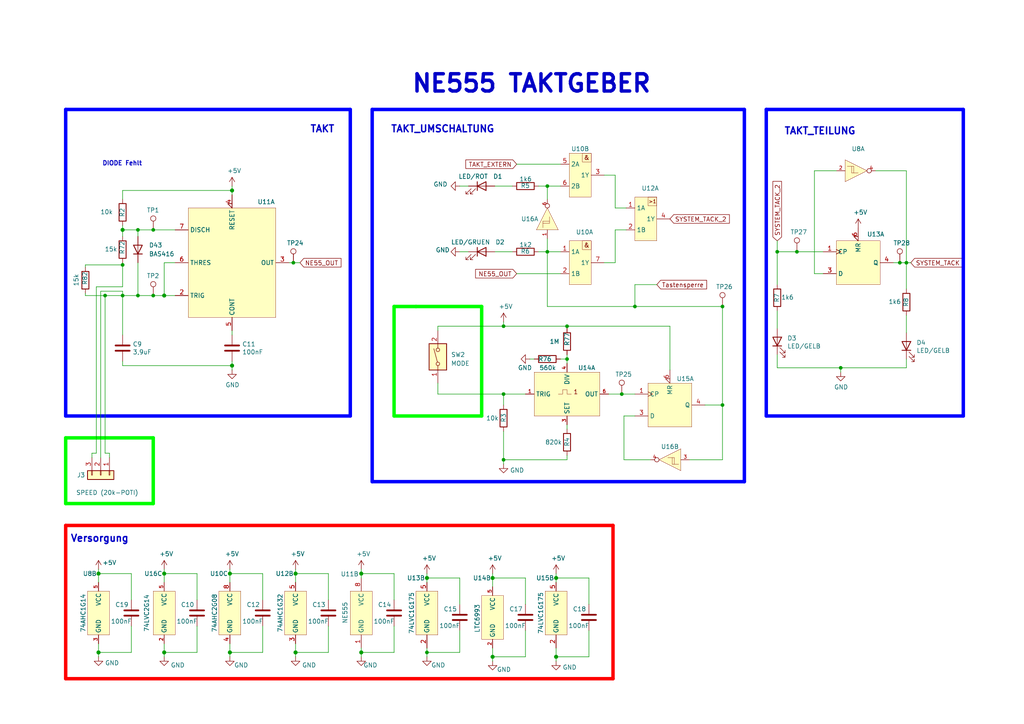
<source format=kicad_sch>
(kicad_sch (version 20210126) (generator eeschema)
  (paper "A4")
  (title_block (title "Kabeltester") (company "BMK Group") (comment 1 "Erstellt: Maximilian Hoffmann") (comment 2 "Geprüft: Robert Schulz"))
  (junction (at 28.575 166.37) (diameter 1.016))
  (junction (at 28.575 189.23) (diameter 1.016))
  (junction (at 30.48 85.725) (diameter 0.9144))
  (junction (at 35.56 66.675) (diameter 1.016))
  (junction (at 35.56 76.835) (diameter 0.9144))
  (junction (at 35.56 85.725) (diameter 0.9144))
  (junction (at 40.005 66.675) (diameter 0.9144))
  (junction (at 40.005 85.725) (diameter 0.9144))
  (junction (at 44.45 66.675) (diameter 0.9144))
  (junction (at 44.45 85.725) (diameter 0.9144))
  (junction (at 47.625 85.725) (diameter 1.016))
  (junction (at 47.625 166.37) (diameter 1.016))
  (junction (at 47.625 189.23) (diameter 1.016))
  (junction (at 66.675 166.37) (diameter 1.016))
  (junction (at 66.675 189.23) (diameter 1.016))
  (junction (at 67.31 55.245) (diameter 1.016))
  (junction (at 67.31 106.045) (diameter 1.016))
  (junction (at 85.09 76.2) (diameter 0.9144))
  (junction (at 85.725 166.37) (diameter 1.016))
  (junction (at 85.725 189.23) (diameter 1.016))
  (junction (at 104.775 166.37) (diameter 1.016))
  (junction (at 104.775 189.23) (diameter 1.016))
  (junction (at 123.825 167.64) (diameter 1.016))
  (junction (at 123.825 189.23) (diameter 0.9144))
  (junction (at 142.875 167.64) (diameter 1.016))
  (junction (at 142.875 190.5) (diameter 1.016))
  (junction (at 146.05 94.615) (diameter 0.9144))
  (junction (at 146.05 114.3) (diameter 0.9144))
  (junction (at 146.05 133.35) (diameter 0.9144))
  (junction (at 158.75 53.975) (diameter 0.9144))
  (junction (at 158.75 73.025) (diameter 0.9144))
  (junction (at 161.29 167.64) (diameter 1.016))
  (junction (at 161.29 190.5) (diameter 1.016))
  (junction (at 164.465 94.615) (diameter 0.9144))
  (junction (at 164.465 104.14) (diameter 0.9144))
  (junction (at 180.34 114.3) (diameter 0.9144))
  (junction (at 184.15 88.9) (diameter 0.9144))
  (junction (at 209.55 88.9) (diameter 0.9144))
  (junction (at 209.55 117.475) (diameter 0.9144))
  (junction (at 225.425 73.025) (diameter 0.9144))
  (junction (at 231.14 73.025) (diameter 0.9144))
  (junction (at 243.84 106.68) (diameter 0.9144))
  (junction (at 260.985 76.2) (diameter 0.9144))
  (junction (at 262.89 76.2) (diameter 0.9144))
  (wire (pts (xy 24.765 76.835) (xy 35.56 76.835)))
  (wire (pts (xy 24.765 77.47) (xy 24.765 76.835)))
  (wire (pts (xy 24.765 85.725) (xy 24.765 85.09)))
  (wire (pts (xy 24.765 85.725) (xy 30.48 85.725)))
  (wire (pts (xy 26.67 131.445) (xy 27.94 131.445)))
  (wire (pts (xy 26.67 132.715) (xy 26.67 131.445)))
  (wire (pts (xy 27.94 83.185) (xy 27.94 131.445)))
  (wire (pts (xy 27.94 83.185) (xy 35.56 83.185)))
  (wire (pts (xy 28.575 165.1) (xy 28.575 166.37)))
  (wire (pts (xy 28.575 166.37) (xy 28.575 168.91)))
  (wire (pts (xy 28.575 186.69) (xy 28.575 189.23)))
  (wire (pts (xy 28.575 189.23) (xy 28.575 190.5)))
  (wire (pts (xy 29.21 84.455) (xy 29.21 132.715)))
  (wire (pts (xy 29.21 84.455) (xy 35.56 84.455)))
  (wire (pts (xy 30.48 85.725) (xy 30.48 131.445)))
  (wire (pts (xy 30.48 85.725) (xy 35.56 85.725)))
  (wire (pts (xy 30.48 131.445) (xy 31.75 131.445)))
  (wire (pts (xy 31.75 131.445) (xy 31.75 132.715)))
  (wire (pts (xy 35.56 55.245) (xy 35.56 57.785)))
  (wire (pts (xy 35.56 55.245) (xy 67.31 55.245)))
  (wire (pts (xy 35.56 65.405) (xy 35.56 66.675)))
  (wire (pts (xy 35.56 66.675) (xy 35.56 68.58)))
  (wire (pts (xy 35.56 66.675) (xy 40.005 66.675)))
  (wire (pts (xy 35.56 76.2) (xy 35.56 76.835)))
  (wire (pts (xy 35.56 76.835) (xy 35.56 83.185)))
  (wire (pts (xy 35.56 84.455) (xy 35.56 85.725)))
  (wire (pts (xy 35.56 85.725) (xy 40.005 85.725)))
  (wire (pts (xy 35.56 97.155) (xy 35.56 85.725)))
  (wire (pts (xy 35.56 104.775) (xy 35.56 106.045)))
  (wire (pts (xy 35.56 106.045) (xy 67.31 106.045)))
  (wire (pts (xy 38.1 166.37) (xy 28.575 166.37)))
  (wire (pts (xy 38.1 173.99) (xy 38.1 166.37)))
  (wire (pts (xy 38.1 181.61) (xy 38.1 189.23)))
  (wire (pts (xy 38.1 189.23) (xy 28.575 189.23)))
  (wire (pts (xy 40.005 66.675) (xy 40.005 68.58)))
  (wire (pts (xy 40.005 66.675) (xy 44.45 66.675)))
  (wire (pts (xy 40.005 76.2) (xy 40.005 85.725)))
  (wire (pts (xy 40.005 85.725) (xy 44.45 85.725)))
  (wire (pts (xy 44.45 66.675) (xy 50.8 66.675)))
  (wire (pts (xy 44.45 85.725) (xy 47.625 85.725)))
  (wire (pts (xy 47.625 76.2) (xy 47.625 85.725)))
  (wire (pts (xy 47.625 85.725) (xy 50.8 85.725)))
  (wire (pts (xy 47.625 165.1) (xy 47.625 166.37)))
  (wire (pts (xy 47.625 166.37) (xy 47.625 168.91)))
  (wire (pts (xy 47.625 186.69) (xy 47.625 189.23)))
  (wire (pts (xy 47.625 189.23) (xy 47.625 190.5)))
  (wire (pts (xy 50.8 76.2) (xy 47.625 76.2)))
  (wire (pts (xy 57.15 166.37) (xy 47.625 166.37)))
  (wire (pts (xy 57.15 173.99) (xy 57.15 166.37)))
  (wire (pts (xy 57.15 181.61) (xy 57.15 189.23)))
  (wire (pts (xy 57.15 189.23) (xy 47.625 189.23)))
  (wire (pts (xy 66.675 165.1) (xy 66.675 166.37)))
  (wire (pts (xy 66.675 166.37) (xy 66.675 168.91)))
  (wire (pts (xy 66.675 186.69) (xy 66.675 189.23)))
  (wire (pts (xy 66.675 189.23) (xy 66.675 190.5)))
  (wire (pts (xy 67.31 53.975) (xy 67.31 55.245)))
  (wire (pts (xy 67.31 55.245) (xy 67.31 56.515)))
  (wire (pts (xy 67.31 95.885) (xy 67.31 97.155)))
  (wire (pts (xy 67.31 104.775) (xy 67.31 106.045)))
  (wire (pts (xy 67.31 106.045) (xy 67.31 107.315)))
  (wire (pts (xy 76.2 166.37) (xy 66.675 166.37)))
  (wire (pts (xy 76.2 173.99) (xy 76.2 166.37)))
  (wire (pts (xy 76.2 181.61) (xy 76.2 189.23)))
  (wire (pts (xy 76.2 189.23) (xy 66.675 189.23)))
  (wire (pts (xy 83.82 76.2) (xy 85.09 76.2)))
  (wire (pts (xy 85.09 76.2) (xy 86.995 76.2)))
  (wire (pts (xy 85.725 165.1) (xy 85.725 166.37)))
  (wire (pts (xy 85.725 166.37) (xy 85.725 168.91)))
  (wire (pts (xy 85.725 186.69) (xy 85.725 189.23)))
  (wire (pts (xy 85.725 189.23) (xy 85.725 190.5)))
  (wire (pts (xy 95.25 166.37) (xy 85.725 166.37)))
  (wire (pts (xy 95.25 173.99) (xy 95.25 166.37)))
  (wire (pts (xy 95.25 181.61) (xy 95.25 189.23)))
  (wire (pts (xy 95.25 189.23) (xy 85.725 189.23)))
  (wire (pts (xy 104.775 165.1) (xy 104.775 166.37)))
  (wire (pts (xy 104.775 166.37) (xy 104.775 167.64)))
  (wire (pts (xy 104.775 187.96) (xy 104.775 189.23)))
  (wire (pts (xy 104.775 189.23) (xy 104.775 190.5)))
  (wire (pts (xy 114.3 166.37) (xy 104.775 166.37)))
  (wire (pts (xy 114.3 173.99) (xy 114.3 166.37)))
  (wire (pts (xy 114.3 181.61) (xy 114.3 189.23)))
  (wire (pts (xy 114.3 189.23) (xy 104.775 189.23)))
  (wire (pts (xy 123.825 166.37) (xy 123.825 167.64)))
  (wire (pts (xy 123.825 167.64) (xy 123.825 168.91)))
  (wire (pts (xy 123.825 187.96) (xy 123.825 189.23)))
  (wire (pts (xy 123.825 189.23) (xy 123.825 190.5)))
  (wire (pts (xy 123.825 189.23) (xy 133.35 189.23)))
  (wire (pts (xy 127 94.615) (xy 146.05 94.615)))
  (wire (pts (xy 127 95.885) (xy 127 94.615)))
  (wire (pts (xy 127 114.3) (xy 127 111.125)))
  (wire (pts (xy 127 114.3) (xy 146.05 114.3)))
  (wire (pts (xy 133.35 167.64) (xy 123.825 167.64)))
  (wire (pts (xy 133.35 175.26) (xy 133.35 167.64)))
  (wire (pts (xy 133.35 182.88) (xy 133.35 189.23)))
  (wire (pts (xy 135.89 53.975) (xy 133.35 53.975)))
  (wire (pts (xy 135.89 73.025) (xy 133.35 73.025)))
  (wire (pts (xy 142.875 166.37) (xy 142.875 167.64)))
  (wire (pts (xy 142.875 167.64) (xy 142.875 170.18)))
  (wire (pts (xy 142.875 187.96) (xy 142.875 190.5)))
  (wire (pts (xy 142.875 190.5) (xy 142.875 191.77)))
  (wire (pts (xy 146.05 93.345) (xy 146.05 94.615)))
  (wire (pts (xy 146.05 94.615) (xy 164.465 94.615)))
  (wire (pts (xy 146.05 114.3) (xy 146.05 117.475)))
  (wire (pts (xy 146.05 114.3) (xy 152.4 114.3)))
  (wire (pts (xy 146.05 133.35) (xy 146.05 125.095)))
  (wire (pts (xy 146.05 133.35) (xy 146.05 134.62)))
  (wire (pts (xy 146.05 133.35) (xy 164.465 133.35)))
  (wire (pts (xy 148.59 53.975) (xy 143.51 53.975)))
  (wire (pts (xy 148.59 73.025) (xy 143.51 73.025)))
  (wire (pts (xy 149.86 47.625) (xy 162.56 47.625)))
  (wire (pts (xy 149.86 79.375) (xy 162.56 79.375)))
  (wire (pts (xy 152.4 167.64) (xy 142.875 167.64)))
  (wire (pts (xy 152.4 175.26) (xy 152.4 167.64)))
  (wire (pts (xy 152.4 182.88) (xy 152.4 190.5)))
  (wire (pts (xy 152.4 190.5) (xy 142.875 190.5)))
  (wire (pts (xy 153.67 104.14) (xy 154.94 104.14)))
  (wire (pts (xy 156.21 53.975) (xy 158.75 53.975)))
  (wire (pts (xy 156.21 73.025) (xy 158.75 73.025)))
  (wire (pts (xy 158.75 53.975) (xy 162.56 53.975)))
  (wire (pts (xy 158.75 57.785) (xy 158.75 53.975)))
  (wire (pts (xy 158.75 69.215) (xy 158.75 73.025)))
  (wire (pts (xy 158.75 73.025) (xy 158.75 88.9)))
  (wire (pts (xy 158.75 73.025) (xy 162.56 73.025)))
  (wire (pts (xy 158.75 88.9) (xy 184.15 88.9)))
  (wire (pts (xy 161.29 166.37) (xy 161.29 167.64)))
  (wire (pts (xy 161.29 167.64) (xy 161.29 168.91)))
  (wire (pts (xy 161.29 187.96) (xy 161.29 190.5)))
  (wire (pts (xy 161.29 190.5) (xy 161.29 191.77)))
  (wire (pts (xy 162.56 104.14) (xy 164.465 104.14)))
  (wire (pts (xy 164.465 94.615) (xy 164.465 95.25)))
  (wire (pts (xy 164.465 94.615) (xy 194.31 94.615)))
  (wire (pts (xy 164.465 102.87) (xy 164.465 104.14)))
  (wire (pts (xy 164.465 104.14) (xy 164.465 105.41)))
  (wire (pts (xy 164.465 123.19) (xy 164.465 124.46)))
  (wire (pts (xy 164.465 132.08) (xy 164.465 133.35)))
  (wire (pts (xy 170.815 167.64) (xy 161.29 167.64)))
  (wire (pts (xy 170.815 175.26) (xy 170.815 167.64)))
  (wire (pts (xy 170.815 182.88) (xy 170.815 190.5)))
  (wire (pts (xy 170.815 190.5) (xy 161.29 190.5)))
  (wire (pts (xy 175.26 50.8) (xy 178.435 50.8)))
  (wire (pts (xy 175.26 76.2) (xy 178.435 76.2)))
  (wire (pts (xy 176.53 114.3) (xy 180.34 114.3)))
  (wire (pts (xy 178.435 50.8) (xy 178.435 60.325)))
  (wire (pts (xy 178.435 60.325) (xy 181.61 60.325)))
  (wire (pts (xy 178.435 66.675) (xy 181.61 66.675)))
  (wire (pts (xy 178.435 76.2) (xy 178.435 66.675)))
  (wire (pts (xy 180.34 114.3) (xy 184.15 114.3)))
  (wire (pts (xy 180.975 120.65) (xy 180.975 133.35)))
  (wire (pts (xy 180.975 133.35) (xy 188.595 133.35)))
  (wire (pts (xy 184.15 82.55) (xy 184.15 88.9)))
  (wire (pts (xy 184.15 82.55) (xy 190.5 82.55)))
  (wire (pts (xy 184.15 88.9) (xy 209.55 88.9)))
  (wire (pts (xy 184.15 120.65) (xy 180.975 120.65)))
  (wire (pts (xy 194.31 107.315) (xy 194.31 94.615)))
  (wire (pts (xy 200.025 133.35) (xy 209.55 133.35)))
  (wire (pts (xy 204.47 117.475) (xy 209.55 117.475)))
  (wire (pts (xy 209.55 88.9) (xy 209.55 117.475)))
  (wire (pts (xy 209.55 133.35) (xy 209.55 117.475)))
  (wire (pts (xy 225.425 69.85) (xy 225.425 73.025)))
  (wire (pts (xy 225.425 73.025) (xy 225.425 82.55)))
  (wire (pts (xy 225.425 73.025) (xy 231.14 73.025)))
  (wire (pts (xy 225.425 90.17) (xy 225.425 95.25)))
  (wire (pts (xy 225.425 102.87) (xy 225.425 106.68)))
  (wire (pts (xy 225.425 106.68) (xy 243.84 106.68)))
  (wire (pts (xy 231.14 73.025) (xy 238.76 73.025)))
  (wire (pts (xy 236.22 49.53) (xy 236.22 79.375)))
  (wire (pts (xy 238.76 79.375) (xy 236.22 79.375)))
  (wire (pts (xy 242.57 49.53) (xy 236.22 49.53)))
  (wire (pts (xy 243.84 106.68) (xy 243.84 107.95)))
  (wire (pts (xy 243.84 106.68) (xy 262.89 106.68)))
  (wire (pts (xy 254 49.53) (xy 262.89 49.53)))
  (wire (pts (xy 259.08 76.2) (xy 260.985 76.2)))
  (wire (pts (xy 260.985 76.2) (xy 262.89 76.2)))
  (wire (pts (xy 262.89 49.53) (xy 262.89 76.2)))
  (wire (pts (xy 262.89 76.2) (xy 262.89 83.82)))
  (wire (pts (xy 262.89 76.2) (xy 264.16 76.2)))
  (wire (pts (xy 262.89 91.44) (xy 262.89 96.52)))
  (wire (pts (xy 262.89 106.68) (xy 262.89 104.14)))
  (polyline (pts (xy 19.05 31.75) (xy 19.05 120.65)) (stroke (width 1) (type solid) (color 0 0 255 1)))
  (polyline (pts (xy 19.05 31.75) (xy 101.6 31.75)) (stroke (width 1) (type solid) (color 0 0 255 1)))
  (polyline (pts (xy 19.05 120.65) (xy 101.6 120.65)) (stroke (width 1) (type solid) (color 0 0 255 1)))
  (polyline (pts (xy 19.05 127) (xy 19.05 146.05)) (stroke (width 1) (type solid) (color 0 255 0 1)))
  (polyline (pts (xy 19.05 127) (xy 44.45 127)) (stroke (width 1) (type solid) (color 0 255 0 1)))
  (polyline (pts (xy 19.05 152.4) (xy 19.05 196.85)) (stroke (width 1) (type solid) (color 255 0 0 1)))
  (polyline (pts (xy 19.05 152.4) (xy 177.8 152.4)) (stroke (width 1) (type solid) (color 255 0 0 1)))
  (polyline (pts (xy 44.45 127) (xy 44.45 146.05)) (stroke (width 1) (type solid) (color 0 255 0 1)))
  (polyline (pts (xy 44.45 146.05) (xy 19.05 146.05)) (stroke (width 1) (type solid) (color 0 255 0 1)))
  (polyline (pts (xy 101.6 31.75) (xy 101.6 120.65)) (stroke (width 1) (type solid) (color 0 0 255 1)))
  (polyline (pts (xy 107.95 31.75) (xy 107.95 139.7)) (stroke (width 1) (type solid) (color 0 0 255 1)))
  (polyline (pts (xy 107.95 31.75) (xy 215.9 31.75)) (stroke (width 1) (type solid) (color 0 0 255 1)))
  (polyline (pts (xy 107.95 139.7) (xy 215.9 139.7)) (stroke (width 1) (type solid) (color 0 0 255 1)))
  (polyline (pts (xy 114.3 88.9) (xy 120.65 88.9)) (stroke (width 1) (type solid) (color 0 255 0 1)))
  (polyline (pts (xy 114.3 120.65) (xy 114.3 88.9)) (stroke (width 1) (type solid) (color 0 255 0 1)))
  (polyline (pts (xy 114.3 120.65) (xy 139.7 120.65)) (stroke (width 1) (type solid) (color 0 255 0 1)))
  (polyline (pts (xy 120.65 88.9) (xy 139.7 88.9)) (stroke (width 1) (type solid) (color 0 255 0 1)))
  (polyline (pts (xy 139.7 88.9) (xy 139.7 120.65)) (stroke (width 1) (type solid) (color 0 255 0 1)))
  (polyline (pts (xy 177.8 152.4) (xy 177.8 196.85)) (stroke (width 1) (type solid) (color 255 0 0 1)))
  (polyline (pts (xy 177.8 196.85) (xy 19.05 196.85)) (stroke (width 1) (type solid) (color 255 0 0 1)))
  (polyline (pts (xy 215.9 31.75) (xy 215.9 139.7)) (stroke (width 1) (type solid) (color 0 0 255 1)))
  (polyline (pts (xy 222.25 31.75) (xy 222.25 120.65)) (stroke (width 1) (type solid) (color 0 0 255 1)))
  (polyline (pts (xy 222.25 31.75) (xy 279.4 31.75)) (stroke (width 1) (type solid) (color 0 0 255 1)))
  (polyline (pts (xy 222.25 120.65) (xy 279.4 120.65)) (stroke (width 1) (type solid) (color 0 0 255 1)))
  (polyline (pts (xy 279.4 31.75) (xy 279.4 120.65)) (stroke (width 1) (type solid) (color 0 0 255 1)))
  (text "Versorgung" (at 37.465 157.48 180) (effects (font (size 2 2) (thickness 0.4) bold) (justify right bottom)))
  (text "DIODE Fehlt\n" (at 41.275 48.26 180) (effects (font (size 1.27 1.27) (thickness 0.254) bold) (justify right bottom)))
  (text "TAKT\n" (at 97.155 38.735 180) (effects (font (size 2 2) (thickness 0.4) bold) (justify right bottom)))
  (text "TAKT_UMSCHALTUNG\n" (at 143.51 38.735 180) (effects (font (size 2 2) (thickness 0.4) bold) (justify right bottom)))
  (text "NE555 TAKTGEBER\n" (at 189.23 27.305 180) (effects (font (size 5 5) (thickness 1) bold) (justify right bottom)))
  (text "TAKT_TEILUNG\n\n" (at 248.285 42.545 180) (effects (font (size 2 2) (thickness 0.4) bold) (justify right bottom)))
  (global_label "NE55_OUT" (shape input) (at 86.995 76.2 0) (property "Intersheet References" "${INTERSHEET_REFS}" (effects hide)))
  (global_label "TAKT_EXTERN" (shape input) (at 149.86 47.625 180) (property "Intersheet References" "${INTERSHEET_REFS}" (effects hide)))
  (global_label "NE55_OUT" (shape input) (at 149.86 79.375 180) (property "Intersheet References" "${INTERSHEET_REFS}" (effects hide)))
  (global_label "Tastensperre" (shape input) (at 190.5 82.55 0) (property "Intersheet References" "${INTERSHEET_REFS}" (effects hide)))
  (global_label "SYSTEM_TACK_2" (shape input) (at 194.31 63.5 0) (property "Intersheet References" "${INTERSHEET_REFS}" (effects hide)))
  (global_label "SYSTEM_TACK_2" (shape input) (at 225.425 69.85 90) (property "Intersheet References" "${INTERSHEET_REFS}" (effects hide)))
  (global_label "SYSTEM_TACK" (shape input) (at 264.16 76.2 0) (property "Intersheet References" "${INTERSHEET_REFS}" (effects hide)))
  (symbol (lib_id "Connector:TestPoint") (at 44.45 66.675 0) (unit 1)
    (property "Reference" "TP1" (at 42.545 60.96 0) (effects (justify left)))
    (property "Value" "TestPoint" (effects hide))
    (property "Footprint" "TestPoint:TestPoint_Pad_D1.0mm" (effects hide))
    (property "BMK-Nr" "-" (effects hide))
    (property "Mouser" "-" (effects hide))
  )
  (symbol (lib_id "Connector:TestPoint") (at 44.45 85.725 0) (unit 1)
    (property "Reference" "TP2" (at 42.545 80.01 0) (effects (justify left)))
    (property "Value" "TestPoint" (effects hide))
    (property "Footprint" "TestPoint:TestPoint_Pad_D1.0mm" (effects hide))
    (property "BMK-Nr" "-" (effects hide))
    (property "Mouser" "-" (effects hide))
  )
  (symbol (lib_id "Connector:TestPoint") (at 85.09 76.2 0) (unit 1)
    (property "Reference" "TP24" (at 83.185 70.485 0) (effects (justify left)))
    (property "Value" "TestPoint" (effects hide))
    (property "Footprint" "TestPoint:TestPoint_Pad_D1.0mm" (effects hide))
    (property "BMK-Nr" "-" (effects hide))
    (property "Mouser" "-" (effects hide))
  )
  (symbol (lib_id "Connector:TestPoint") (at 180.34 114.3 0) (unit 1)
    (property "Reference" "TP25" (at 178.435 108.585 0) (effects (justify left)))
    (property "Value" "TestPoint" (effects hide))
    (property "Footprint" "TestPoint:TestPoint_Pad_D1.0mm" (effects hide))
    (property "BMK-Nr" "-" (effects hide))
    (property "Mouser" "-" (effects hide))
  )
  (symbol (lib_id "Connector:TestPoint") (at 209.55 88.9 0) (unit 1)
    (property "Reference" "TP26" (at 207.645 83.185 0) (effects (justify left)))
    (property "Value" "TestPoint" (effects hide))
    (property "Footprint" "TestPoint:TestPoint_Pad_D1.0mm" (effects hide))
    (property "BMK-Nr" "-" (effects hide))
    (property "Mouser" "-" (effects hide))
  )
  (symbol (lib_id "Connector:TestPoint") (at 231.14 73.025 0) (unit 1)
    (property "Reference" "TP27" (at 229.235 67.31 0) (effects (justify left)))
    (property "Value" "TestPoint" (effects hide))
    (property "Footprint" "TestPoint:TestPoint_Pad_D1.0mm" (effects hide))
    (property "BMK-Nr" "-" (effects hide))
    (property "Mouser" "-" (effects hide))
  )
  (symbol (lib_id "Connector:TestPoint") (at 260.985 76.2 0) (unit 1)
    (property "Reference" "TP28" (at 259.08 70.485 0) (effects (justify left)))
    (property "Value" "TestPoint" (effects hide))
    (property "Footprint" "TestPoint:TestPoint_Pad_D1.0mm" (effects hide))
    (property "BMK-Nr" "-" (effects hide))
    (property "Mouser" "-" (effects hide))
  )
  (symbol (lib_id "power:+5V") (at 28.575 165.1 0) (unit 1)
    (property "Reference" "#PWR049" (effects hide))
    (property "Value" "+5V" (at 31.75 163.195 0))
  )
  (symbol (lib_id "power:+5V") (at 47.625 165.1 0) (unit 1)
    (property "Reference" "#PWR027" (effects hide))
    (property "Value" "+5V" (at 48.26 160.655 0))
  )
  (symbol (lib_id "power:+5V") (at 66.675 165.1 0) (unit 1)
    (property "Reference" "#PWR029" (effects hide))
    (property "Value" "+5V" (at 67.31 160.655 0))
  )
  (symbol (lib_id "power:+5V") (at 67.31 53.975 0) (unit 1)
    (property "Reference" "#PWR031" (effects hide))
    (property "Value" "+5V" (at 67.945 49.53 0))
  )
  (symbol (lib_id "power:+5V") (at 85.725 165.1 0) (unit 1)
    (property "Reference" "#PWR033" (effects hide))
    (property "Value" "+5V" (at 86.36 160.655 0))
  )
  (symbol (lib_id "power:+5V") (at 104.775 165.1 0) (unit 1)
    (property "Reference" "#PWR035" (effects hide))
    (property "Value" "+5V" (at 105.41 160.655 0))
  )
  (symbol (lib_id "power:+5V") (at 123.825 166.37 0) (unit 1)
    (property "Reference" "#PWR039" (effects hide))
    (property "Value" "+5V" (at 124.46 161.925 0))
  )
  (symbol (lib_id "power:+5V") (at 142.875 166.37 0) (unit 1)
    (property "Reference" "#PWR043" (effects hide))
    (property "Value" "+5V" (at 143.51 161.925 0))
  )
  (symbol (lib_id "power:+5V") (at 146.05 93.345 0) (unit 1)
    (property "Reference" "#PWR037" (effects hide))
    (property "Value" "+5V" (at 146.685 88.9 0))
  )
  (symbol (lib_id "power:+5V") (at 161.29 166.37 0) (unit 1)
    (property "Reference" "#PWR045" (effects hide))
    (property "Value" "+5V" (at 161.925 161.925 0))
  )
  (symbol (lib_id "power:+5V") (at 248.92 66.04 0) (unit 1)
    (property "Reference" "#PWR048" (effects hide))
    (property "Value" "+5V" (at 249.555 61.595 0))
  )
  (symbol (lib_id "power:GND") (at 28.575 190.5 0) (unit 1)
    (property "Reference" "#PWR050" (effects hide))
    (property "Value" "GND" (at 32.4993 192.2844 0))
  )
  (symbol (lib_id "power:GND") (at 47.625 190.5 0) (unit 1)
    (property "Reference" "#PWR028" (effects hide))
    (property "Value" "GND" (at 51.5493 192.9194 0))
  )
  (symbol (lib_id "power:GND") (at 66.675 190.5 0) (unit 1)
    (property "Reference" "#PWR030" (effects hide))
    (property "Value" "GND" (at 69.9643 192.9194 0))
  )
  (symbol (lib_id "power:GND") (at 67.31 107.315 0) (unit 1)
    (property "Reference" "#PWR032" (effects hide))
    (property "Value" "GND" (at 67.4243 111.6394 0))
  )
  (symbol (lib_id "power:GND") (at 85.725 190.5 0) (unit 1)
    (property "Reference" "#PWR034" (effects hide))
    (property "Value" "GND" (at 89.6493 192.9194 0))
  )
  (symbol (lib_id "power:GND") (at 104.775 190.5 0) (unit 1)
    (property "Reference" "#PWR036" (effects hide))
    (property "Value" "GND" (at 107.4293 192.9194 0))
  )
  (symbol (lib_id "power:GND") (at 123.825 190.5 0) (unit 1)
    (property "Reference" "#PWR040" (effects hide))
    (property "Value" "GND" (at 127.1143 192.9194 0))
  )
  (symbol (lib_id "power:GND") (at 133.35 53.975 270) (unit 1)
    (property "Reference" "#PWR041" (effects hide))
    (property "Value" "GND" (at 127.7556 53.4543 90))
  )
  (symbol (lib_id "power:GND") (at 133.35 73.025 270) (unit 1)
    (property "Reference" "#PWR042" (effects hide))
    (property "Value" "GND" (at 128.3906 72.5043 90))
  )
  (symbol (lib_id "power:GND") (at 142.875 191.77 0) (unit 1)
    (property "Reference" "#PWR044" (effects hide))
    (property "Value" "GND" (at 146.1643 194.1894 0))
  )
  (symbol (lib_id "power:GND") (at 146.05 134.62 0) (unit 1)
    (property "Reference" "#PWR038" (effects hide))
    (property "Value" "GND" (at 149.9743 136.4044 0))
  )
  (symbol (lib_id "power:GND") (at 153.67 104.14 270) (unit 1)
    (property "Reference" "#PWR0144" (effects hide))
    (property "Value" "GND" (at 154.305 106.68 90) (effects (justify right)))
  )
  (symbol (lib_id "power:GND") (at 161.29 191.77 0) (unit 1)
    (property "Reference" "#PWR046" (effects hide))
    (property "Value" "GND" (at 165.2143 193.5544 0))
  )
  (symbol (lib_id "power:GND") (at 243.84 107.95 0) (unit 1)
    (property "Reference" "#PWR047" (effects hide))
    (property "Value" "GND" (at 243.9543 112.2744 0))
  )
  (symbol (lib_name "Device:R_7") (lib_id "Device:R") (at 24.765 81.28 0) (unit 1)
    (property "Reference" "R82" (at 24.6381 82.6706 90) (effects (justify left)))
    (property "Value" "15k" (at 22.098 83.064 90) (effects (justify left)))
    (property "Footprint" "Resistor_SMD:R_0603_1608Metric_Pad0.98x0.95mm_HandSolder" (effects hide))
    (property "BMK-Nr" "BS" (effects hide))
    (property "Mouser" "-" (effects hide))
  )
  (symbol (lib_name "Device:R_1") (lib_id "Device:R") (at 35.56 61.595 0) (unit 1)
    (property "Reference" "R2" (at 35.4331 62.9856 90) (effects (justify left)))
    (property "Value" "10k" (at 29.083 61.474 0) (effects (justify left)))
    (property "Footprint" "Resistor_SMD:R_0603_1608Metric_Pad0.98x0.95mm_HandSolder" (effects hide))
    (property "BMK-Nr" "BS" (effects hide))
    (property "Mouser" "-" (effects hide))
  )
  (symbol (lib_name "Device:R_7") (lib_id "Device:R") (at 35.56 72.39 0) (unit 1)
    (property "Reference" "R72" (at 35.4331 73.7806 90) (effects (justify left)))
    (property "Value" "15k" (at 30.353 72.269 0) (effects (justify left)))
    (property "Footprint" "Resistor_SMD:R_0603_1608Metric_Pad0.98x0.95mm_HandSolder" (effects hide))
    (property "BMK-Nr" "BS" (effects hide))
    (property "Mouser" "-" (effects hide))
  )
  (symbol (lib_name "Device:R_8") (lib_id "Device:R") (at 146.05 121.285 0) (unit 1)
    (property "Reference" "R3" (at 146.05 122.555 90) (effects (justify left)))
    (property "Value" "10k" (at 140.97 121.285 0) (effects (justify left)))
    (property "Footprint" "Resistor_SMD:R_0603_1608Metric_Pad0.98x0.95mm_HandSolder" (effects hide))
    (property "BMK-Nr" "BS" (effects hide))
    (property "Mouser" "-" (effects hide))
  )
  (symbol (lib_name "Device:R_2") (lib_id "Device:R") (at 152.4 53.975 270) (unit 1)
    (property "Reference" "R5" (at 151.0094 53.8481 90) (effects (justify left)))
    (property "Value" "1k6" (at 150.616 51.943 90) (effects (justify left)))
    (property "Footprint" "Resistor_SMD:R_0603_1608Metric_Pad0.98x0.95mm_HandSolder" (effects hide))
    (property "BMK-Nr" "BS" (effects hide))
    (property "Mouser" "-" (effects hide))
  )
  (symbol (lib_name "Device:R_3") (lib_id "Device:R") (at 152.4 73.025 270) (unit 1)
    (property "Reference" "R6" (at 151.0094 72.8981 90) (effects (justify left)))
    (property "Value" "1k2" (at 150.616 70.993 90) (effects (justify left)))
    (property "Footprint" "Resistor_SMD:R_0603_1608Metric_Pad0.98x0.95mm_HandSolder" (effects hide))
    (property "BMK-Nr" "BS" (effects hide))
    (property "Mouser" "-" (effects hide))
  )
  (symbol (lib_name "Device:R_9") (lib_id "Device:R") (at 158.75 104.14 90) (unit 1)
    (property "Reference" "R76" (at 160.02 104.14 90) (effects (justify left)))
    (property "Value" "560k" (at 161.29 106.68 90) (effects (justify left)))
    (property "Footprint" "Resistor_SMD:R_0603_1608Metric_Pad0.98x0.95mm_HandSolder" (effects hide))
    (property "BMK-Nr" "BS" (effects hide))
    (property "Mouser" "-" (effects hide))
  )
  (symbol (lib_name "Device:R_5") (lib_id "Device:R") (at 164.465 99.06 0) (unit 1)
    (property "Reference" "R77" (at 164.465 100.33 90) (effects (justify left)))
    (property "Value" "1M" (at 159.385 99.06 0) (effects (justify left)))
    (property "Footprint" "Resistor_SMD:R_0603_1608Metric_Pad0.98x0.95mm_HandSolder" (effects hide))
    (property "BMK-Nr" "BS" (effects hide))
    (property "Mouser" "-" (effects hide))
  )
  (symbol (lib_name "Device:R_4") (lib_id "Device:R") (at 164.465 128.27 0) (unit 1)
    (property "Reference" "R4" (at 164.465 129.54 90) (effects (justify left)))
    (property "Value" "820k" (at 158.115 128.27 0) (effects (justify left)))
    (property "Footprint" "Resistor_SMD:R_0603_1608Metric_Pad0.98x0.95mm_HandSolder" (effects hide))
    (property "BMK-Nr" "BS" (effects hide))
    (property "Mouser" "-" (effects hide))
  )
  (symbol (lib_name "Device:R_6") (lib_id "Device:R") (at 225.425 86.36 0) (unit 1)
    (property "Reference" "R7" (at 225.2981 87.7506 90) (effects (justify left)))
    (property "Value" "1k6" (at 226.568 86.239 0) (effects (justify left)))
    (property "Footprint" "Resistor_SMD:R_0603_1608Metric_Pad0.98x0.95mm_HandSolder" (effects hide))
    (property "BMK-Nr" "BS" (effects hide))
    (property "Mouser" "-" (effects hide))
  )
  (symbol (lib_id "Device:R") (at 262.89 87.63 0) (unit 1)
    (property "Reference" "R8" (at 262.7631 89.0206 90) (effects (justify left)))
    (property "Value" "1k6" (at 257.683 87.509 0) (effects (justify left)))
    (property "Footprint" "Resistor_SMD:R_0603_1608Metric_Pad0.98x0.95mm_HandSolder" (effects hide))
    (property "BMK-Nr" "BS" (effects hide))
    (property "Mouser" "-" (effects hide))
  )
  (symbol (lib_id "Device:D") (at 40.005 72.39 90) (unit 1)
    (property "Reference" "D43" (at 43.18 71.12 90) (effects (justify right)))
    (property "Value" "BAS416" (at 43.18 73.66 90) (effects (justify right)))
    (property "Footprint" "Diode_SMD:D_0805_2012Metric_Pad1.15x1.40mm_HandSolder" (effects hide))
    (property "BMK-Nr" "08-5493" (effects hide))
  )
  (symbol (lib_id "Device:LED") (at 139.7 53.975 0) (unit 1)
    (property "Reference" "D1" (at 145.7389 51.1811 0) (effects (justify right)))
    (property "Value" "LED/ROT" (at 141.535 51.181 0) (effects (justify right)))
    (property "Footprint" "LED_SMD:LED_0603_1608Metric_Pad1.05x0.95mm_HandSolder" (effects hide))
    (property "BMK-Nr" "08-8617" (effects hide))
    (property "Mouser" "604-APT1608LSECKJ3RV" (effects hide))
  )
  (symbol (lib_id "Device:LED") (at 139.7 73.025 0) (unit 1)
    (property "Reference" "D2" (at 146.3739 70.2311 0) (effects (justify right)))
    (property "Value" "LED/GRUEN" (at 142.17 70.231 0) (effects (justify right)))
    (property "Footprint" "LED_SMD:LED_0603_1608Metric_Pad1.05x0.95mm_HandSolder" (effects hide))
    (property "BMK-Nr" "08-8620" (effects hide))
    (property "Mouser" "604-APT1608LZGCK" (effects hide))
  )
  (symbol (lib_id "Device:LED") (at 225.425 99.06 90) (unit 1)
    (property "Reference" "D3" (at 228.3461 98.1011 90) (effects (justify right)))
    (property "Value" "LED/GELB" (at 228.346 100.4 90) (effects (justify right)))
    (property "Footprint" "LED_SMD:LED_0603_1608Metric_Pad1.05x0.95mm_HandSolder" (effects hide))
    (property "BMK-Nr" "08-8619" (effects hide))
    (property "Mouser" "604-APT1608LSYCKJ3RV" (effects hide))
  )
  (symbol (lib_id "Device:LED") (at 262.89 100.33 90) (unit 1)
    (property "Reference" "D4" (at 265.8111 99.3711 90) (effects (justify right)))
    (property "Value" "LED/GELB" (at 265.811 101.67 90) (effects (justify right)))
    (property "Footprint" "LED_SMD:LED_0603_1608Metric_Pad1.05x0.95mm_HandSolder" (effects hide))
    (property "BMK-Nr" "08-8619" (effects hide))
    (property "Mouser" "604-APT1608LSYCKJ3RV" (effects hide))
  )
  (symbol (lib_name "Device:C_8") (lib_id "Device:C") (at 35.56 100.965 0) (unit 1)
    (property "Reference" "C9" (at 38.4811 99.8156 0) (effects (justify left)))
    (property "Value" "3,9uF" (at 38.481 102.114 0) (effects (justify left)))
    (property "Footprint" "Capacitor_SMD:C_0805_2012Metric_Pad1.18x1.45mm_HandSolder" (effects hide))
    (property "BMK-Nr" "BS" (effects hide))
  )
  (symbol (lib_name "Device:C_10") (lib_id "Device:C") (at 38.1 177.8 0) (unit 1)
    (property "Reference" "C19" (at 33.4011 175.3806 0) (effects (justify left)))
    (property "Value" "100nF" (at 32.131 180.219 0) (effects (justify left)))
    (property "Footprint" "Capacitor_SMD:C_0603_1608Metric_Pad1.08x0.95mm_HandSolder" (effects hide))
    (property "BMK-Nr" "BS" (effects hide))
  )
  (symbol (lib_name "Device:C_3") (lib_id "Device:C") (at 57.15 177.8 0) (unit 1)
    (property "Reference" "C10" (at 52.4511 175.3806 0) (effects (justify left)))
    (property "Value" "100nF" (at 51.181 180.219 0) (effects (justify left)))
    (property "Footprint" "Capacitor_SMD:C_0603_1608Metric_Pad1.08x0.95mm_HandSolder" (effects hide))
    (property "BMK-Nr" "BS" (effects hide))
  )
  (symbol (lib_name "Device:C_1") (lib_id "Device:C") (at 67.31 100.965 0) (unit 1)
    (property "Reference" "C11" (at 70.2311 99.8156 0) (effects (justify left)))
    (property "Value" "100nF" (at 70.231 102.114 0) (effects (justify left)))
    (property "Footprint" "Capacitor_SMD:C_0603_1608Metric_Pad1.08x0.95mm_HandSolder" (effects hide))
    (property "BMK-Nr" "BS" (effects hide))
  )
  (symbol (lib_name "Device:C_6") (lib_id "Device:C") (at 76.2 177.8 0) (unit 1)
    (property "Reference" "C12" (at 71.5011 175.3806 0) (effects (justify left)))
    (property "Value" "100nF" (at 70.231 180.219 0) (effects (justify left)))
    (property "Footprint" "Capacitor_SMD:C_0603_1608Metric_Pad1.08x0.95mm_HandSolder" (effects hide))
    (property "BMK-Nr" "BS" (effects hide))
  )
  (symbol (lib_name "Device:C_4") (lib_id "Device:C") (at 95.25 177.8 0) (unit 1)
    (property "Reference" "C13" (at 90.5511 175.3806 0) (effects (justify left)))
    (property "Value" "100nF" (at 89.281 180.219 0) (effects (justify left)))
    (property "Footprint" "Capacitor_SMD:C_0603_1608Metric_Pad1.08x0.95mm_HandSolder" (effects hide))
    (property "BMK-Nr" "BS" (effects hide))
  )
  (symbol (lib_name "Device:C_5") (lib_id "Device:C") (at 114.3 177.8 0) (unit 1)
    (property "Reference" "C14" (at 109.6011 175.3806 0) (effects (justify left)))
    (property "Value" "100nF" (at 108.331 180.219 0) (effects (justify left)))
    (property "Footprint" "Capacitor_SMD:C_0603_1608Metric_Pad1.08x0.95mm_HandSolder" (effects hide))
    (property "BMK-Nr" "BS" (effects hide))
  )
  (symbol (lib_name "Device:C_2") (lib_id "Device:C") (at 133.35 179.07 0) (unit 1)
    (property "Reference" "C15" (at 128.6511 176.6506 0) (effects (justify left)))
    (property "Value" "100nF" (at 127.381 181.489 0) (effects (justify left)))
    (property "Footprint" "Capacitor_SMD:C_0603_1608Metric_Pad1.08x0.95mm_HandSolder" (effects hide))
    (property "BMK-Nr" "BS" (effects hide))
  )
  (symbol (lib_id "Device:C") (at 152.4 179.07 0) (unit 1)
    (property "Reference" "C17" (at 147.7011 176.6506 0) (effects (justify left)))
    (property "Value" "100nF" (at 146.431 181.489 0) (effects (justify left)))
    (property "Footprint" "Capacitor_SMD:C_0603_1608Metric_Pad1.08x0.95mm_HandSolder" (effects hide))
    (property "BMK-Nr" "BS" (effects hide))
  )
  (symbol (lib_name "Device:C_11") (lib_id "Device:C") (at 170.815 179.07 0) (unit 1)
    (property "Reference" "C18" (at 166.1161 176.6506 0) (effects (justify left)))
    (property "Value" "100nF" (at 164.846 181.489 0) (effects (justify left)))
    (property "Footprint" "Capacitor_SMD:C_0603_1608Metric_Pad1.08x0.95mm_HandSolder" (effects hide))
    (property "BMK-Nr" "BS" (effects hide))
  )
  (symbol (lib_id "Connector_Generic:Conn_01x03") (at 29.21 137.795 270) (unit 1)
    (property "Reference" "J3" (at 23.495 137.795 90))
    (property "Value" "SPEED (20k-POTI)" (at 31.115 142.875 90))
    (property "Footprint" "Potentiometer_THT:Potentiometer_ACP_CA6-H2,5_Horizontal" (effects hide))
  )
  (symbol (lib_id "Kabeltester:74LVC2G14") (at 158.75 63.5 90) (unit 1)
    (property "Reference" "U16" (at 151.13 63.5 90) (effects (justify right)))
    (property "Value" "74LVC2G14" (effects hide))
    (property "Footprint" "Package_TO_SOT_SMD:SOT-23-6_Handsoldering" (effects hide))
    (property "Datasheet" "https://www.mouser.de/datasheet/2/916/74LVC2G14_Q100-1319707.pdf" (effects hide))
    (property "BMK-Nr" "06-1410" (effects hide))
    (property "Mouser" "771-74LVC2G14GVQ100H" (effects hide))
  )
  (symbol (lib_id "Kabeltester:74LVC2G14") (at 194.31 133.35 180) (unit 2)
    (property "Reference" "U16" (at 194.31 129.54 0))
    (property "Value" "74LVC2G14" (effects hide))
    (property "Footprint" "Package_TO_SOT_SMD:SOT-23-6_Handsoldering" (effects hide))
    (property "Datasheet" "https://www.mouser.de/datasheet/2/916/74LVC2G14_Q100-1319707.pdf" (effects hide))
    (property "BMK-Nr" "06-1410" (effects hide))
    (property "Mouser" "771-74LVC2G14GVQ100H" (effects hide))
  )
  (symbol (lib_id "Kabeltester:74AHC1G14") (at 247.65 49.53 0) (unit 1)
    (property "Reference" "U8" (at 248.92 43.18 0))
    (property "Value" "74AHC1G14" (effects hide))
    (property "Footprint" "Package_TO_SOT_SMD:SOT-353_SC-70-5_Handsoldering" (effects hide))
    (property "Datasheet" "https://www.diodes.com/assets/Datasheets/74AHC1G14.pdf" (effects hide))
    (property "BMK-Nr" "06-0624" (effects hide))
    (property "Mouser" "771-74AHC1G14GW-G" (effects hide))
  )
  (symbol (lib_id "Switch:SW_DIP_x01") (at 127 103.505 90) (unit 1)
    (property "Reference" "SW2" (at 130.81 102.87 90) (effects (justify right)))
    (property "Value" "MODE" (at 130.81 105.41 90) (effects (justify right)))
    (property "Footprint" "Button_Switch_SMD:SW_Push_1P1T_NO_6x6mm_H9.5mm" (effects hide))
    (property "BMK-Nr" "25-1170" (effects hide))
    (property "Mouser" "-" (effects hide))
  )
  (symbol (lib_id "Kabeltester:74AHC1G14") (at 28.575 177.8 0) (unit 2)
    (property "Reference" "U8" (at 26.035 166.37 0))
    (property "Value" "74AHC1G14" (at 24.13 177.8 90))
    (property "Footprint" "Package_TO_SOT_SMD:SOT-353_SC-70-5_Handsoldering" (effects hide))
    (property "Datasheet" "https://www.diodes.com/assets/Datasheets/74AHC1G14.pdf" (effects hide))
    (property "BMK-Nr" "06-0624" (effects hide))
    (property "Mouser" "771-74AHC1G14GW-G" (effects hide))
  )
  (symbol (lib_id "Kabeltester:74LVC2G14") (at 47.625 177.8 0) (unit 3)
    (property "Reference" "U16" (at 44.45 166.37 0))
    (property "Value" "74LVC2G14" (at 42.545 177.8 90))
    (property "Footprint" "Package_TO_SOT_SMD:SOT-23-6_Handsoldering" (effects hide))
    (property "Datasheet" "https://www.mouser.de/datasheet/2/916/74LVC2G14_Q100-1319707.pdf" (effects hide))
    (property "BMK-Nr" "06-1410" (effects hide))
    (property "Mouser" "771-74LVC2G14GVQ100H" (effects hide))
  )
  (symbol (lib_id "Kabeltester:74AHC2G08") (at 66.675 177.8 0) (unit 3)
    (property "Reference" "U10" (at 63.5 166.37 0))
    (property "Value" "74AHC2G08" (at 62.23 177.8 90))
    (property "Footprint" "Package_SO:VSSOP-8_2.4x2.1mm_P0.5mm" (effects hide))
    (property "Datasheet" "https://www.mouser.de/datasheet/2/916/74AHC_AHCT2G08-1318688.pdf" (effects hide))
    (property "BMK-Nr" "06-0948-1" (effects hide))
    (property "Mouser" "771-AHC2G08DC125" (effects hide))
  )
  (symbol (lib_id "Kabeltester:74AHC1G32") (at 85.725 177.8 0) (unit 2)
    (property "Reference" "U12" (at 82.55 166.37 0))
    (property "Value" "74AHC1G32" (at 81.28 177.8 90))
    (property "Footprint" "Package_TO_SOT_SMD:SOT-23-5_HandSoldering" (effects hide))
    (property "Datasheet" "https://www.mouser.de/datasheet/2/916/74AHC_AHCT1G32-1318882.pdf" (effects hide))
    (property "BMK-Nr" "06-0631" (effects hide))
    (property "Mouser" "771-74AHC1G32GW-G" (effects hide))
  )
  (symbol (lib_id "Kabeltester:LTC6993") (at 142.875 179.07 0) (unit 2)
    (property "Reference" "U14" (at 137.16 167.64 0) (effects (justify left)))
    (property "Value" "LTC6993" (at 138.43 183.515 90) (effects (justify left)))
    (property "Footprint" "Package_TO_SOT_SMD:SOT-23-6_Handsoldering" (effects hide))
    (property "Datasheet" "https://www.mouser.de/datasheet/2/609/LTC6993_6993_1_6993_2_6993_3_6993_4-1270601.pdf" (effects hide))
    (property "BMK-Nr" "06-6636" (effects hide))
    (property "Mouser" "584-C6993CS6-2TRMPBF" (effects hide))
  )
  (symbol (lib_id "Kabeltester:74LVC1G175") (at 123.825 177.8 0) (mirror y) (unit 2)
    (property "Reference" "U13" (at 120.65 167.64 0))
    (property "Value" "74LVC1G175" (at 119.38 177.8 90))
    (property "Footprint" "Package_TO_SOT_SMD:SOT-363_SC-70-6_Handsoldering" (effects hide))
    (property "Datasheet" "https://www.mouser.de/datasheet/2/916/74LVC1G175_Q100-1598232.pdf" (effects hide))
    (property "BMK-Nr" "06-1146" (effects hide))
    (property "Mouser" "771-74LVC1G175GW-G" (effects hide))
  )
  (symbol (lib_name "Kabeltester:74LVC1G175_1") (lib_id "Kabeltester:74LVC1G175") (at 161.29 177.8 0) (unit 2)
    (property "Reference" "U15" (at 158.115 167.64 0))
    (property "Value" "74LVC1G175" (at 156.845 177.8 90))
    (property "Footprint" "Package_TO_SOT_SMD:SOT-363_SC-70-6_Handsoldering" (effects hide))
    (property "Datasheet" "https://www.mouser.de/datasheet/2/916/74LVC1G175_Q100-1598232.pdf" (effects hide))
    (property "BMK-Nr" "06-1146" (effects hide))
    (property "Mouser" "771-74LVC1G175GW-G" (effects hide))
  )
  (symbol (lib_name "Kabeltester:NE555_1") (lib_id "Kabeltester:NE555") (at 104.775 177.8 0) (unit 2)
    (property "Reference" "U11" (at 98.8061 166.4906 0) (effects (justify left)))
    (property "Value" "NE555" (at 100.076 180.854 90) (effects (justify left)))
    (property "Footprint" "Package_SO:SOIC-8_3.9x4.9mm_P1.27mm" (effects hide))
    (property "Datasheet" "https://www.ti.com/lit/ds/symlink/ne555.pdf?HQS=dis-mous-null-mousermode-dsf-pf-null-wwe&ts=1614416325828&ref_url=https%253A%252F%252Fwww.mouser.cn%252F" (effects hide))
    (property "BMK-Nr" "11-0596" (effects hide))
    (property "Mouser" "584-C6993CS6-2TRMPBF" (effects hide))
  )
  (symbol (lib_name "Kabeltester:74AHC2G08_2") (lib_id "Kabeltester:74AHC2G08") (at 168.275 50.8 0) (unit 2)
    (property "Reference" "U10" (at 168.275 43.18 0))
    (property "Value" "74AHC2G08" (effects hide))
    (property "Footprint" "Package_SO:VSSOP-8_2.4x2.1mm_P0.5mm" (effects hide))
    (property "Datasheet" "https://www.mouser.de/datasheet/2/916/74AHC_AHCT2G08-1318688.pdf" (effects hide))
    (property "BMK-Nr" "06-0948-1" (effects hide))
    (property "Mouser" "771-AHC2G08DC125" (effects hide))
  )
  (symbol (lib_name "Kabeltester:74AHC2G08_1") (lib_id "Kabeltester:74AHC2G08") (at 168.275 76.2 0) (unit 1)
    (property "Reference" "U10" (at 169.545 67.31 0))
    (property "Value" "74AHC2G08" (effects hide))
    (property "Footprint" "Package_SO:VSSOP-8_2.4x2.1mm_P0.5mm" (effects hide))
    (property "Datasheet" "https://www.mouser.de/datasheet/2/916/74AHC_AHCT2G08-1318688.pdf" (effects hide))
    (property "BMK-Nr" "06-0948-1" (effects hide))
    (property "Mouser" "771-AHC2G08DC125" (effects hide))
  )
  (symbol (lib_name "Kabeltester:74AHC1G32_1") (lib_id "Kabeltester:74AHC1G32") (at 187.325 63.5 0) (unit 1)
    (property "Reference" "U12" (at 188.595 54.61 0))
    (property "Value" "74AHC1G32" (effects hide))
    (property "Footprint" "Package_TO_SOT_SMD:SOT-23-5_HandSoldering" (effects hide))
    (property "Datasheet" "https://www.mouser.de/datasheet/2/916/74AHC_AHCT1G32-1318882.pdf" (effects hide))
    (property "BMK-Nr" "06-0631" (effects hide))
    (property "Mouser" "771-74AHC1G32GW-G" (effects hide))
  )
  (symbol (lib_name "Kabeltester:74LVC1G175_2") (lib_id "Kabeltester:74LVC1G175") (at 194.31 117.475 0) (unit 1)
    (property "Reference" "U15" (at 198.755 109.855 0))
    (property "Value" "74LVC1G175" (effects hide))
    (property "Footprint" "Package_TO_SOT_SMD:SOT-363_SC-70-6_Handsoldering" (effects hide))
    (property "Datasheet" "https://www.mouser.de/datasheet/2/916/74LVC1G175_Q100-1598232.pdf" (effects hide))
    (property "BMK-Nr" "06-1146" (effects hide))
    (property "Mouser" "771-74LVC1G175GW-G" (effects hide))
  )
  (symbol (lib_name "Kabeltester:74LVC1G175_3") (lib_id "Kabeltester:74LVC1G175") (at 248.92 76.2 0) (unit 1)
    (property "Reference" "U13" (at 254 67.945 0))
    (property "Value" "74LVC1G175" (effects hide))
    (property "Footprint" "Package_TO_SOT_SMD:SOT-363_SC-70-6_Handsoldering" (effects hide))
    (property "Datasheet" "https://www.mouser.de/datasheet/2/916/74LVC1G175_Q100-1598232.pdf" (effects hide))
    (property "BMK-Nr" "06-1146" (effects hide))
    (property "Mouser" "771-74LVC1G175GW-G" (effects hide))
  )
  (symbol (lib_name "Kabeltester:LTC6993_1") (lib_id "Kabeltester:LTC6993") (at 164.465 114.3 0) (unit 1)
    (property "Reference" "U14" (at 170.18 106.68 0))
    (property "Value" "LTC6993" (effects hide))
    (property "Footprint" "Package_TO_SOT_SMD:SOT-23-6_Handsoldering" (effects hide))
    (property "Datasheet" "https://www.mouser.de/datasheet/2/609/LTC6993_6993_1_6993_2_6993_3_6993_4-1270601.pdf" (effects hide))
    (property "BMK-Nr" "06-6636" (effects hide))
    (property "Mouser" "584-C6993CS6-2TRMPBF" (effects hide))
  )
  (symbol (lib_id "Kabeltester:NE555") (at 67.31 76.2 0) (unit 1)
    (property "Reference" "U11" (at 74.6761 58.5406 0) (effects (justify left)))
    (property "Value" "NE555" (effects hide))
    (property "Footprint" "Package_SO:SOIC-8_3.9x4.9mm_P1.27mm" (effects hide))
    (property "Datasheet" "https://www.ti.com/lit/ds/symlink/ne555.pdf?HQS=dis-mous-null-mousermode-dsf-pf-null-wwe&ts=1614416325828&ref_url=https%253A%252F%252Fwww.mouser.cn%252F" (effects hide))
    (property "BMK-Nr" "11-0596" (effects hide))
    (property "Mouser" "584-C6993CS6-2TRMPBF" (effects hide))
  )
)
</source>
